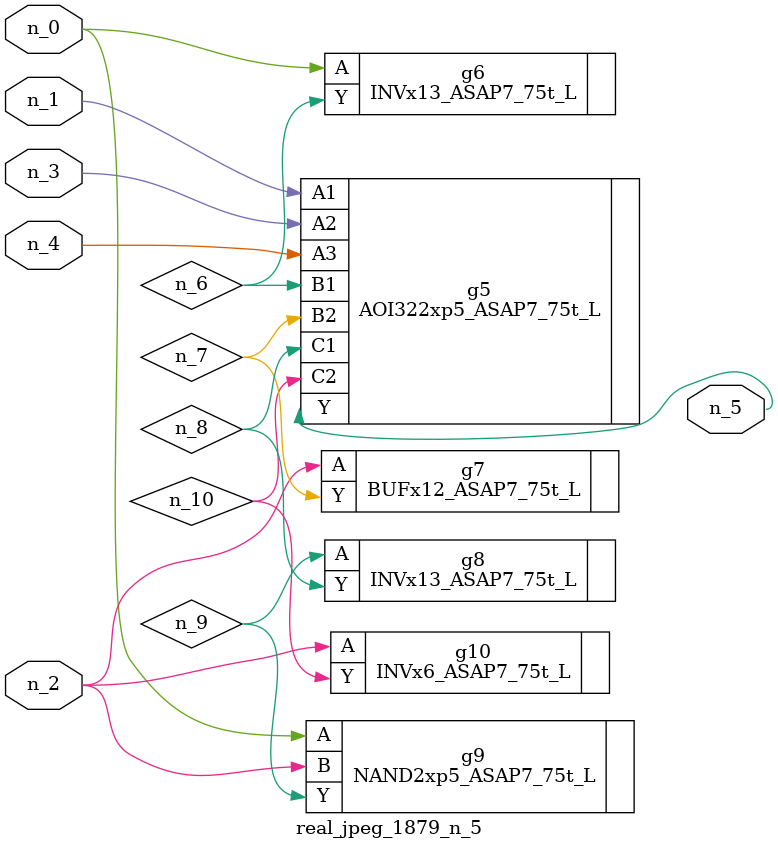
<source format=v>
module real_jpeg_1879_n_5 (n_4, n_0, n_1, n_2, n_3, n_5);

input n_4;
input n_0;
input n_1;
input n_2;
input n_3;

output n_5;

wire n_8;
wire n_6;
wire n_7;
wire n_10;
wire n_9;

INVx13_ASAP7_75t_L g6 ( 
.A(n_0),
.Y(n_6)
);

NAND2xp5_ASAP7_75t_L g9 ( 
.A(n_0),
.B(n_2),
.Y(n_9)
);

AOI322xp5_ASAP7_75t_L g5 ( 
.A1(n_1),
.A2(n_3),
.A3(n_4),
.B1(n_6),
.B2(n_7),
.C1(n_8),
.C2(n_10),
.Y(n_5)
);

BUFx12_ASAP7_75t_L g7 ( 
.A(n_2),
.Y(n_7)
);

INVx6_ASAP7_75t_L g10 ( 
.A(n_2),
.Y(n_10)
);

INVx13_ASAP7_75t_L g8 ( 
.A(n_9),
.Y(n_8)
);


endmodule
</source>
